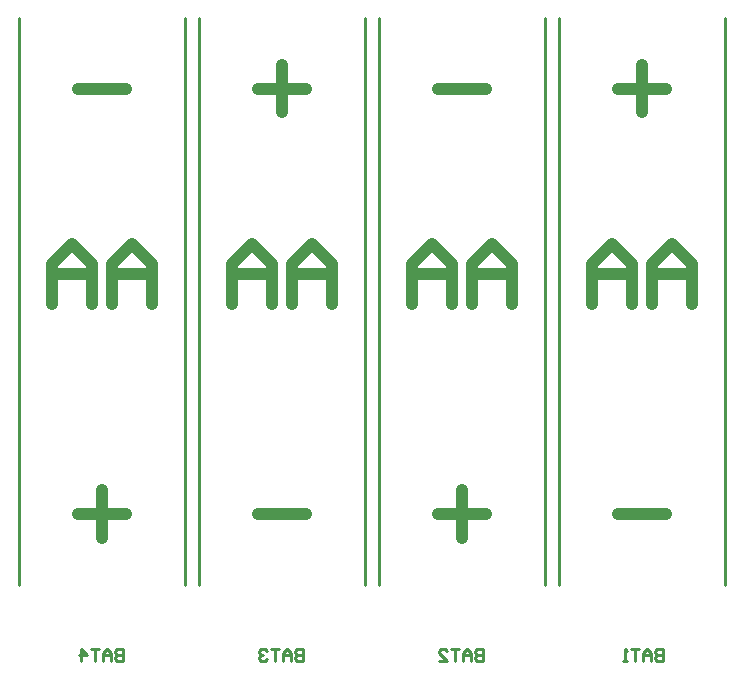
<source format=gbo>
G04*
G04 #@! TF.GenerationSoftware,Altium Limited,Altium Designer,19.1.8 (144)*
G04*
G04 Layer_Color=32896*
%FSLAX25Y25*%
%MOIN*%
G70*
G01*
G75*
%ADD14C,0.01000*%
%ADD63C,0.03937*%
%ADD64C,0.04000*%
D14*
X132441Y225512D02*
Y414488D01*
X187559Y225512D02*
Y414488D01*
X247559Y225512D02*
Y414488D01*
X192441Y225512D02*
Y414488D01*
X252441Y225512D02*
Y414488D01*
X307559Y225512D02*
Y414488D01*
X367559Y225512D02*
Y414488D01*
X312441Y225512D02*
Y414488D01*
X347000Y203999D02*
Y200000D01*
X345001D01*
X344334Y200666D01*
Y201333D01*
X345001Y201999D01*
X347000D01*
X345001D01*
X344334Y202666D01*
Y203332D01*
X345001Y203999D01*
X347000D01*
X343001Y200000D02*
Y202666D01*
X341668Y203999D01*
X340335Y202666D01*
Y200000D01*
Y201999D01*
X343001D01*
X339003Y203999D02*
X336337D01*
X337670D01*
Y200000D01*
X335004D02*
X333671D01*
X334337D01*
Y203999D01*
X335004Y203332D01*
X287000Y203999D02*
Y200000D01*
X285001D01*
X284334Y200666D01*
Y201333D01*
X285001Y201999D01*
X287000D01*
X285001D01*
X284334Y202666D01*
Y203332D01*
X285001Y203999D01*
X287000D01*
X283001Y200000D02*
Y202666D01*
X281668Y203999D01*
X280335Y202666D01*
Y200000D01*
Y201999D01*
X283001D01*
X279003Y203999D02*
X276337D01*
X277670D01*
Y200000D01*
X272338D02*
X275004D01*
X272338Y202666D01*
Y203332D01*
X273005Y203999D01*
X274337D01*
X275004Y203332D01*
X227000Y203999D02*
Y200000D01*
X225001D01*
X224334Y200666D01*
Y201333D01*
X225001Y201999D01*
X227000D01*
X225001D01*
X224334Y202666D01*
Y203332D01*
X225001Y203999D01*
X227000D01*
X223001Y200000D02*
Y202666D01*
X221668Y203999D01*
X220336Y202666D01*
Y200000D01*
Y201999D01*
X223001D01*
X219003Y203999D02*
X216337D01*
X217670D01*
Y200000D01*
X215004Y203332D02*
X214337Y203999D01*
X213004D01*
X212338Y203332D01*
Y202666D01*
X213004Y201999D01*
X213671D01*
X213004D01*
X212338Y201333D01*
Y200666D01*
X213004Y200000D01*
X214337D01*
X215004Y200666D01*
X167000Y203999D02*
Y200000D01*
X165001D01*
X164334Y200666D01*
Y201333D01*
X165001Y201999D01*
X167000D01*
X165001D01*
X164334Y202666D01*
Y203332D01*
X165001Y203999D01*
X167000D01*
X163001Y200000D02*
Y202666D01*
X161668Y203999D01*
X160336Y202666D01*
Y200000D01*
Y201999D01*
X163001D01*
X159003Y203999D02*
X156337D01*
X157670D01*
Y200000D01*
X153005D02*
Y203999D01*
X155004Y201999D01*
X152338D01*
D63*
X152126Y249134D02*
X167874D01*
X160000Y241260D02*
Y257008D01*
X152126Y390866D02*
X167874D01*
X212126D02*
X227874D01*
X220000Y382992D02*
Y398740D01*
X212126Y249134D02*
X227874D01*
X272126D02*
X287874D01*
X280000Y241260D02*
Y257008D01*
X272126Y390866D02*
X287874D01*
X332126D02*
X347874D01*
X340000Y382992D02*
Y398740D01*
X332126Y249134D02*
X347874D01*
D64*
X356661Y319000D02*
Y332329D01*
X349997Y338994D01*
X343332Y332329D01*
Y319000D01*
Y328997D01*
X356661D01*
X336668Y319000D02*
Y332329D01*
X330003Y338994D01*
X323339Y332329D01*
Y319000D01*
Y328997D01*
X336668D01*
X176661Y319000D02*
Y332329D01*
X169997Y338994D01*
X163332Y332329D01*
Y319000D01*
Y328997D01*
X176661D01*
X156668Y319000D02*
Y332329D01*
X150003Y338994D01*
X143339Y332329D01*
Y319000D01*
Y328997D01*
X156668D01*
X236661Y319000D02*
Y332329D01*
X229997Y338994D01*
X223332Y332329D01*
Y319000D01*
Y328997D01*
X236661D01*
X216668Y319000D02*
Y332329D01*
X210003Y338994D01*
X203339Y332329D01*
Y319000D01*
Y328997D01*
X216668D01*
X296661Y319000D02*
Y332329D01*
X289997Y338994D01*
X283332Y332329D01*
Y319000D01*
Y328997D01*
X296661D01*
X276668Y319000D02*
Y332329D01*
X270003Y338994D01*
X263339Y332329D01*
Y319000D01*
Y328997D01*
X276668D01*
M02*

</source>
